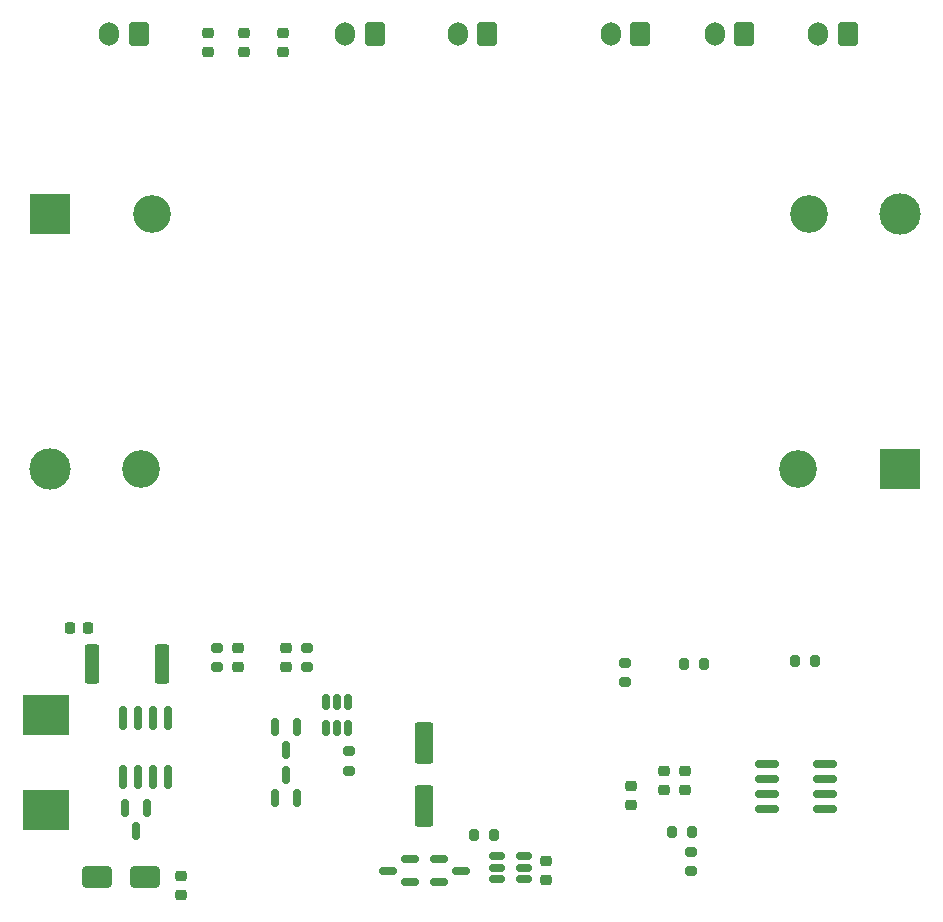
<source format=gts>
G04 #@! TF.GenerationSoftware,KiCad,Pcbnew,7.0.9*
G04 #@! TF.CreationDate,2024-04-18T23:25:52+05:30*
G04 #@! TF.ProjectId,Battery-psu,42617474-6572-4792-9d70-73752e6b6963,rev?*
G04 #@! TF.SameCoordinates,Original*
G04 #@! TF.FileFunction,Soldermask,Top*
G04 #@! TF.FilePolarity,Negative*
%FSLAX46Y46*%
G04 Gerber Fmt 4.6, Leading zero omitted, Abs format (unit mm)*
G04 Created by KiCad (PCBNEW 7.0.9) date 2024-04-18 23:25:52*
%MOMM*%
%LPD*%
G01*
G04 APERTURE LIST*
G04 Aperture macros list*
%AMRoundRect*
0 Rectangle with rounded corners*
0 $1 Rounding radius*
0 $2 $3 $4 $5 $6 $7 $8 $9 X,Y pos of 4 corners*
0 Add a 4 corners polygon primitive as box body*
4,1,4,$2,$3,$4,$5,$6,$7,$8,$9,$2,$3,0*
0 Add four circle primitives for the rounded corners*
1,1,$1+$1,$2,$3*
1,1,$1+$1,$4,$5*
1,1,$1+$1,$6,$7*
1,1,$1+$1,$8,$9*
0 Add four rect primitives between the rounded corners*
20,1,$1+$1,$2,$3,$4,$5,0*
20,1,$1+$1,$4,$5,$6,$7,0*
20,1,$1+$1,$6,$7,$8,$9,0*
20,1,$1+$1,$8,$9,$2,$3,0*%
G04 Aperture macros list end*
%ADD10C,3.200000*%
%ADD11R,3.500000X3.500000*%
%ADD12C,3.500000*%
%ADD13RoundRect,0.200000X0.200000X0.275000X-0.200000X0.275000X-0.200000X-0.275000X0.200000X-0.275000X0*%
%ADD14RoundRect,0.200000X-0.275000X0.200000X-0.275000X-0.200000X0.275000X-0.200000X0.275000X0.200000X0*%
%ADD15RoundRect,0.225000X0.250000X-0.225000X0.250000X0.225000X-0.250000X0.225000X-0.250000X-0.225000X0*%
%ADD16O,1.700000X2.000000*%
%ADD17RoundRect,0.250000X0.600000X0.750000X-0.600000X0.750000X-0.600000X-0.750000X0.600000X-0.750000X0*%
%ADD18RoundRect,0.150000X0.587500X0.150000X-0.587500X0.150000X-0.587500X-0.150000X0.587500X-0.150000X0*%
%ADD19RoundRect,0.200000X0.275000X-0.200000X0.275000X0.200000X-0.275000X0.200000X-0.275000X-0.200000X0*%
%ADD20RoundRect,0.250000X0.550000X-1.500000X0.550000X1.500000X-0.550000X1.500000X-0.550000X-1.500000X0*%
%ADD21RoundRect,0.225000X-0.250000X0.225000X-0.250000X-0.225000X0.250000X-0.225000X0.250000X0.225000X0*%
%ADD22RoundRect,0.250000X1.000000X0.650000X-1.000000X0.650000X-1.000000X-0.650000X1.000000X-0.650000X0*%
%ADD23RoundRect,0.150000X-0.150000X0.587500X-0.150000X-0.587500X0.150000X-0.587500X0.150000X0.587500X0*%
%ADD24RoundRect,0.150000X0.150000X-0.587500X0.150000X0.587500X-0.150000X0.587500X-0.150000X-0.587500X0*%
%ADD25RoundRect,0.150000X-0.587500X-0.150000X0.587500X-0.150000X0.587500X0.150000X-0.587500X0.150000X0*%
%ADD26R,4.000000X3.500000*%
%ADD27RoundRect,0.150000X-0.825000X-0.150000X0.825000X-0.150000X0.825000X0.150000X-0.825000X0.150000X0*%
%ADD28RoundRect,0.150000X0.150000X-0.512500X0.150000X0.512500X-0.150000X0.512500X-0.150000X-0.512500X0*%
%ADD29RoundRect,0.150000X0.150000X-0.825000X0.150000X0.825000X-0.150000X0.825000X-0.150000X-0.825000X0*%
%ADD30RoundRect,0.250000X-0.362500X-1.425000X0.362500X-1.425000X0.362500X1.425000X-0.362500X1.425000X0*%
%ADD31RoundRect,0.225000X0.225000X0.250000X-0.225000X0.250000X-0.225000X-0.250000X0.225000X-0.250000X0*%
%ADD32RoundRect,0.150000X0.512500X0.150000X-0.512500X0.150000X-0.512500X-0.150000X0.512500X-0.150000X0*%
G04 APERTURE END LIST*
D10*
X184835000Y-95758000D03*
X129225000Y-95758000D03*
D11*
X193480000Y-95758000D03*
D12*
X121480000Y-95758000D03*
D10*
X130125000Y-74200000D03*
X185735000Y-74200000D03*
D11*
X121480000Y-74200000D03*
D12*
X193480000Y-74200000D03*
D13*
X175831000Y-126492000D03*
X174181000Y-126492000D03*
D14*
X143256000Y-110935000D03*
X143256000Y-112585000D03*
D15*
X170688000Y-124219000D03*
X170688000Y-122669000D03*
D14*
X135636000Y-110935000D03*
X135636000Y-112585000D03*
D16*
X177750000Y-58925000D03*
D17*
X180250000Y-58925000D03*
D13*
X159067000Y-126746000D03*
X157417000Y-126746000D03*
X176847000Y-112268000D03*
X175197000Y-112268000D03*
D18*
X152004500Y-130744000D03*
X152004500Y-128844000D03*
X150129500Y-129794000D03*
D16*
X186550000Y-58925000D03*
D17*
X189050000Y-58925000D03*
D19*
X146812000Y-121324000D03*
X146812000Y-119674000D03*
D15*
X163513000Y-130569000D03*
X163513000Y-129019000D03*
D20*
X153162000Y-124366000D03*
X153162000Y-118966000D03*
D21*
X132588000Y-130289000D03*
X132588000Y-131839000D03*
X173482000Y-121399000D03*
X173482000Y-122949000D03*
D22*
X129508000Y-130302000D03*
X125508000Y-130302000D03*
D15*
X141478000Y-112535000D03*
X141478000Y-110985000D03*
D23*
X142428000Y-117680500D03*
X140528000Y-117680500D03*
X141478000Y-119555500D03*
D24*
X140528000Y-123619500D03*
X142428000Y-123619500D03*
X141478000Y-121744500D03*
D25*
X154447500Y-128844000D03*
X154447500Y-130744000D03*
X156322500Y-129794000D03*
D26*
X121158000Y-116650000D03*
X121158000Y-124650000D03*
D16*
X156000000Y-58950000D03*
D17*
X158500000Y-58950000D03*
D27*
X182183000Y-120777000D03*
X182183000Y-122047000D03*
X182183000Y-123317000D03*
X182183000Y-124587000D03*
X187133000Y-124587000D03*
X187133000Y-123317000D03*
X187133000Y-122047000D03*
X187133000Y-120777000D03*
D16*
X168950000Y-58967000D03*
D17*
X171450000Y-58967000D03*
D28*
X144846000Y-117763500D03*
X145796000Y-117763500D03*
X146746000Y-117763500D03*
X146746000Y-115488500D03*
X145796000Y-115488500D03*
X144846000Y-115488500D03*
D13*
X186245000Y-112014000D03*
X184595000Y-112014000D03*
D19*
X170180000Y-113855000D03*
X170180000Y-112205000D03*
D29*
X127635000Y-121855000D03*
X128905000Y-121855000D03*
X130175000Y-121855000D03*
X131445000Y-121855000D03*
X131445000Y-116905000D03*
X130175000Y-116905000D03*
X128905000Y-116905000D03*
X127635000Y-116905000D03*
D21*
X134874000Y-60465000D03*
X134874000Y-58915000D03*
D30*
X125053500Y-112268000D03*
X130978500Y-112268000D03*
D31*
X124727000Y-109220000D03*
X123177000Y-109220000D03*
D21*
X175260000Y-121399000D03*
X175260000Y-122949000D03*
D19*
X175768000Y-129857000D03*
X175768000Y-128207000D03*
D23*
X129728000Y-124538500D03*
X127828000Y-124538500D03*
X128778000Y-126413500D03*
D32*
X161602500Y-130490000D03*
X161602500Y-129540000D03*
X161602500Y-128590000D03*
X159327500Y-128590000D03*
X159327500Y-129540000D03*
X159327500Y-130490000D03*
D21*
X141224000Y-60465000D03*
X141224000Y-58915000D03*
D16*
X126500000Y-58925000D03*
D17*
X129000000Y-58925000D03*
D16*
X146500000Y-58975000D03*
D17*
X149000000Y-58975000D03*
D21*
X137922000Y-60465000D03*
X137922000Y-58915000D03*
D15*
X137414000Y-112535000D03*
X137414000Y-110985000D03*
M02*

</source>
